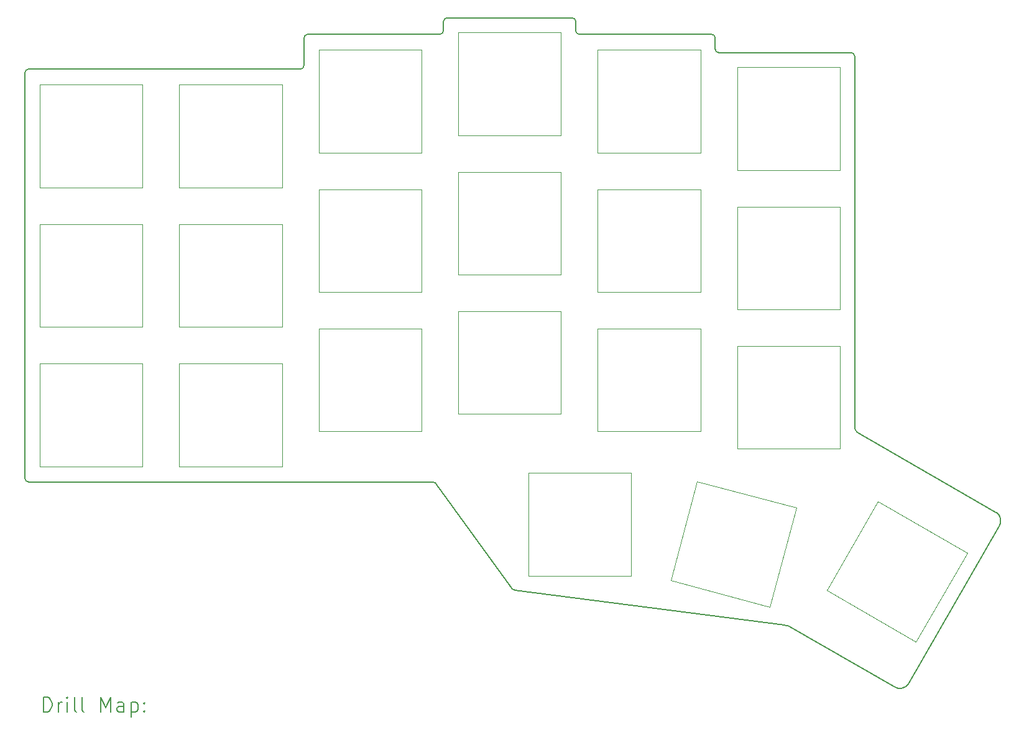
<source format=gbr>
%TF.GenerationSoftware,KiCad,Pcbnew,8.0.3*%
%TF.CreationDate,2024-06-14T21:32:22-03:00*%
%TF.ProjectId,corne-top-plate,636f726e-652d-4746-9f70-2d706c617465,2.1*%
%TF.SameCoordinates,Original*%
%TF.FileFunction,Drillmap*%
%TF.FilePolarity,Positive*%
%FSLAX45Y45*%
G04 Gerber Fmt 4.5, Leading zero omitted, Abs format (unit mm)*
G04 Created by KiCad (PCBNEW 8.0.3) date 2024-06-14 21:32:22*
%MOMM*%
%LPD*%
G01*
G04 APERTURE LIST*
%ADD10C,0.150000*%
%ADD11C,0.120000*%
%ADD12C,0.200000*%
G04 APERTURE END LIST*
D10*
X19327051Y-12839699D02*
G75*
G02*
X19365000Y-13032500I-77051J-115301D01*
G01*
X11800000Y-6150000D02*
G75*
G02*
X11850000Y-6100000I50000J0D01*
G01*
X6150000Y-12425000D02*
G75*
G02*
X6100000Y-12375000I0J50000D01*
G01*
X15500000Y-6525000D02*
X15500000Y-6375000D01*
X15450000Y-6325000D02*
G75*
G02*
X15500000Y-6375000I0J-50000D01*
G01*
X16507500Y-14390000D02*
X17936925Y-15216096D01*
X11750000Y-6325000D02*
X9950000Y-6325000D01*
X13650000Y-6325000D02*
G75*
G02*
X13600000Y-6275000I0J50000D01*
G01*
X15450000Y-6325000D02*
X13650000Y-6325000D01*
X13550000Y-6100000D02*
X11850000Y-6100000D01*
X6100000Y-6850000D02*
G75*
G02*
X6150000Y-6800000I50000J0D01*
G01*
X9900000Y-6375000D02*
X9900000Y-6750000D01*
X11650000Y-12425000D02*
X6150000Y-12425000D01*
X18129726Y-15178146D02*
G75*
G02*
X17936928Y-15216091I-115296J77047D01*
G01*
X17435000Y-11747500D02*
G75*
G02*
X17399730Y-11681019I49730J68980D01*
G01*
X12775000Y-13900000D02*
X16442056Y-14377034D01*
X18129726Y-15178146D02*
X19365000Y-13032500D01*
X11685355Y-12439645D02*
X12739645Y-13885355D01*
X17350000Y-6575000D02*
G75*
G02*
X17400000Y-6625000I0J-50000D01*
G01*
X9900000Y-6750000D02*
G75*
G02*
X9850000Y-6800000I-50000J0D01*
G01*
X17400000Y-6625000D02*
X17399728Y-11681019D01*
X11650000Y-12425000D02*
G75*
G02*
X11685355Y-12439645I0J-50000D01*
G01*
X9900000Y-6375000D02*
G75*
G02*
X9950000Y-6325000I50000J0D01*
G01*
X11800000Y-6150000D02*
X11800000Y-6275000D01*
X13550000Y-6100000D02*
G75*
G02*
X13600000Y-6150000I0J-50000D01*
G01*
X12775000Y-13900000D02*
G75*
G02*
X12739645Y-13885355I0J50000D01*
G01*
X13600000Y-6275000D02*
X13600000Y-6150000D01*
X17350000Y-6575000D02*
X15550000Y-6575000D01*
X16442056Y-14377034D02*
G75*
G02*
X16507500Y-14390000I-33316J-339806D01*
G01*
X6100000Y-6850000D02*
X6100000Y-12375000D01*
X9850000Y-6800000D02*
X6150000Y-6800000D01*
X11800000Y-6275000D02*
G75*
G02*
X11750000Y-6325000I-50000J0D01*
G01*
X19327051Y-12839699D02*
X17435000Y-11747500D01*
X15550000Y-6575000D02*
G75*
G02*
X15500000Y-6525000I0J50000D01*
G01*
D11*
X6301000Y-7012500D02*
X6301000Y-8412500D01*
X6301000Y-8412500D02*
X7701000Y-8412500D01*
X7701000Y-7012500D02*
X6301000Y-7012500D01*
X7701000Y-8412500D02*
X7701000Y-7012500D01*
X6301000Y-8912500D02*
X6301000Y-10312500D01*
X6301000Y-10312500D02*
X7701000Y-10312500D01*
X7701000Y-8912500D02*
X6301000Y-8912500D01*
X7701000Y-10312500D02*
X7701000Y-8912500D01*
X6301000Y-10812500D02*
X6301000Y-12212500D01*
X6301000Y-12212500D02*
X7701000Y-12212500D01*
X7701000Y-10812500D02*
X6301000Y-10812500D01*
X7701000Y-12212500D02*
X7701000Y-10812500D01*
X8201000Y-7012500D02*
X8201000Y-8412500D01*
X8201000Y-8412500D02*
X9601000Y-8412500D01*
X9601000Y-7012500D02*
X8201000Y-7012500D01*
X9601000Y-8412500D02*
X9601000Y-7012500D01*
X8201000Y-10812500D02*
X8201000Y-12212500D01*
X8201000Y-12212500D02*
X9601000Y-12212500D01*
X9601000Y-10812500D02*
X8201000Y-10812500D01*
X9601000Y-12212500D02*
X9601000Y-10812500D01*
X8201000Y-8912500D02*
X8201000Y-10312500D01*
X8201000Y-10312500D02*
X9601000Y-10312500D01*
X9601000Y-8912500D02*
X8201000Y-8912500D01*
X9601000Y-10312500D02*
X9601000Y-8912500D01*
X10101000Y-6537500D02*
X10101000Y-7937500D01*
X10101000Y-7937500D02*
X11501000Y-7937500D01*
X11501000Y-6537500D02*
X10101000Y-6537500D01*
X11501000Y-7937500D02*
X11501000Y-6537500D01*
X10101000Y-10337500D02*
X10101000Y-11737500D01*
X10101000Y-11737500D02*
X11501000Y-11737500D01*
X11501000Y-10337500D02*
X10101000Y-10337500D01*
X11501000Y-11737500D02*
X11501000Y-10337500D01*
X10101000Y-8437500D02*
X10101000Y-9837500D01*
X10101000Y-9837500D02*
X11501000Y-9837500D01*
X11501000Y-8437500D02*
X10101000Y-8437500D01*
X11501000Y-9837500D02*
X11501000Y-8437500D01*
X12001000Y-6300000D02*
X12001000Y-7700000D01*
X12001000Y-7700000D02*
X13401000Y-7700000D01*
X13401000Y-6300000D02*
X12001000Y-6300000D01*
X13401000Y-7700000D02*
X13401000Y-6300000D01*
X12001000Y-10100000D02*
X12001000Y-11500000D01*
X12001000Y-11500000D02*
X13401000Y-11500000D01*
X13401000Y-10100000D02*
X12001000Y-10100000D01*
X13401000Y-11500000D02*
X13401000Y-10100000D01*
X12001000Y-8200000D02*
X12001000Y-9600000D01*
X12001000Y-9600000D02*
X13401000Y-9600000D01*
X13401000Y-8200000D02*
X12001000Y-8200000D01*
X13401000Y-9600000D02*
X13401000Y-8200000D01*
X13901000Y-10337500D02*
X13901000Y-11737500D01*
X13901000Y-11737500D02*
X15301000Y-11737500D01*
X15301000Y-10337500D02*
X13901000Y-10337500D01*
X15301000Y-11737500D02*
X15301000Y-10337500D01*
X13901000Y-6537500D02*
X13901000Y-7937500D01*
X13901000Y-7937500D02*
X15301000Y-7937500D01*
X15301000Y-6537500D02*
X13901000Y-6537500D01*
X15301000Y-7937500D02*
X15301000Y-6537500D01*
X13901000Y-8437500D02*
X13901000Y-9837500D01*
X13901000Y-9837500D02*
X15301000Y-9837500D01*
X15301000Y-8437500D02*
X13901000Y-8437500D01*
X15301000Y-9837500D02*
X15301000Y-8437500D01*
X15801000Y-8675000D02*
X15801000Y-10075000D01*
X15801000Y-10075000D02*
X17201000Y-10075000D01*
X17201000Y-8675000D02*
X15801000Y-8675000D01*
X17201000Y-10075000D02*
X17201000Y-8675000D01*
X15801000Y-6775000D02*
X15801000Y-8175000D01*
X15801000Y-8175000D02*
X17201000Y-8175000D01*
X17201000Y-6775000D02*
X15801000Y-6775000D01*
X17201000Y-8175000D02*
X17201000Y-6775000D01*
X15801000Y-10575000D02*
X15801000Y-11975000D01*
X15801000Y-11975000D02*
X17201000Y-11975000D01*
X17201000Y-10575000D02*
X15801000Y-10575000D01*
X17201000Y-11975000D02*
X17201000Y-10575000D01*
X12953000Y-12303500D02*
X12953000Y-13703500D01*
X12953000Y-13703500D02*
X14353000Y-13703500D01*
X14353000Y-12303500D02*
X12953000Y-12303500D01*
X14353000Y-13703500D02*
X14353000Y-12303500D01*
X14891879Y-13769375D02*
X16244175Y-14131721D01*
X15254225Y-12417079D02*
X14891879Y-13769375D01*
X16244175Y-14131721D02*
X16606521Y-12779425D01*
X16606521Y-12779425D02*
X15254225Y-12417079D01*
X17018782Y-13904718D02*
X18231218Y-14604718D01*
X17718782Y-12692282D02*
X17018782Y-13904718D01*
X18231218Y-14604718D02*
X18931218Y-13392282D01*
X18931218Y-13392282D02*
X17718782Y-12692282D01*
D12*
X6353277Y-15558754D02*
X6353277Y-15358754D01*
X6353277Y-15358754D02*
X6400896Y-15358754D01*
X6400896Y-15358754D02*
X6429467Y-15368278D01*
X6429467Y-15368278D02*
X6448515Y-15387325D01*
X6448515Y-15387325D02*
X6458039Y-15406373D01*
X6458039Y-15406373D02*
X6467562Y-15444468D01*
X6467562Y-15444468D02*
X6467562Y-15473040D01*
X6467562Y-15473040D02*
X6458039Y-15511135D01*
X6458039Y-15511135D02*
X6448515Y-15530182D01*
X6448515Y-15530182D02*
X6429467Y-15549230D01*
X6429467Y-15549230D02*
X6400896Y-15558754D01*
X6400896Y-15558754D02*
X6353277Y-15558754D01*
X6553277Y-15558754D02*
X6553277Y-15425420D01*
X6553277Y-15463516D02*
X6562801Y-15444468D01*
X6562801Y-15444468D02*
X6572324Y-15434944D01*
X6572324Y-15434944D02*
X6591372Y-15425420D01*
X6591372Y-15425420D02*
X6610420Y-15425420D01*
X6677086Y-15558754D02*
X6677086Y-15425420D01*
X6677086Y-15358754D02*
X6667562Y-15368278D01*
X6667562Y-15368278D02*
X6677086Y-15377801D01*
X6677086Y-15377801D02*
X6686610Y-15368278D01*
X6686610Y-15368278D02*
X6677086Y-15358754D01*
X6677086Y-15358754D02*
X6677086Y-15377801D01*
X6800896Y-15558754D02*
X6781848Y-15549230D01*
X6781848Y-15549230D02*
X6772324Y-15530182D01*
X6772324Y-15530182D02*
X6772324Y-15358754D01*
X6905658Y-15558754D02*
X6886610Y-15549230D01*
X6886610Y-15549230D02*
X6877086Y-15530182D01*
X6877086Y-15530182D02*
X6877086Y-15358754D01*
X7134229Y-15558754D02*
X7134229Y-15358754D01*
X7134229Y-15358754D02*
X7200896Y-15501611D01*
X7200896Y-15501611D02*
X7267562Y-15358754D01*
X7267562Y-15358754D02*
X7267562Y-15558754D01*
X7448515Y-15558754D02*
X7448515Y-15453992D01*
X7448515Y-15453992D02*
X7438991Y-15434944D01*
X7438991Y-15434944D02*
X7419943Y-15425420D01*
X7419943Y-15425420D02*
X7381848Y-15425420D01*
X7381848Y-15425420D02*
X7362801Y-15434944D01*
X7448515Y-15549230D02*
X7429467Y-15558754D01*
X7429467Y-15558754D02*
X7381848Y-15558754D01*
X7381848Y-15558754D02*
X7362801Y-15549230D01*
X7362801Y-15549230D02*
X7353277Y-15530182D01*
X7353277Y-15530182D02*
X7353277Y-15511135D01*
X7353277Y-15511135D02*
X7362801Y-15492087D01*
X7362801Y-15492087D02*
X7381848Y-15482563D01*
X7381848Y-15482563D02*
X7429467Y-15482563D01*
X7429467Y-15482563D02*
X7448515Y-15473040D01*
X7543753Y-15425420D02*
X7543753Y-15625420D01*
X7543753Y-15434944D02*
X7562801Y-15425420D01*
X7562801Y-15425420D02*
X7600896Y-15425420D01*
X7600896Y-15425420D02*
X7619943Y-15434944D01*
X7619943Y-15434944D02*
X7629467Y-15444468D01*
X7629467Y-15444468D02*
X7638991Y-15463516D01*
X7638991Y-15463516D02*
X7638991Y-15520659D01*
X7638991Y-15520659D02*
X7629467Y-15539706D01*
X7629467Y-15539706D02*
X7619943Y-15549230D01*
X7619943Y-15549230D02*
X7600896Y-15558754D01*
X7600896Y-15558754D02*
X7562801Y-15558754D01*
X7562801Y-15558754D02*
X7543753Y-15549230D01*
X7724705Y-15539706D02*
X7734229Y-15549230D01*
X7734229Y-15549230D02*
X7724705Y-15558754D01*
X7724705Y-15558754D02*
X7715182Y-15549230D01*
X7715182Y-15549230D02*
X7724705Y-15539706D01*
X7724705Y-15539706D02*
X7724705Y-15558754D01*
X7724705Y-15434944D02*
X7734229Y-15444468D01*
X7734229Y-15444468D02*
X7724705Y-15453992D01*
X7724705Y-15453992D02*
X7715182Y-15444468D01*
X7715182Y-15444468D02*
X7724705Y-15434944D01*
X7724705Y-15434944D02*
X7724705Y-15453992D01*
M02*

</source>
